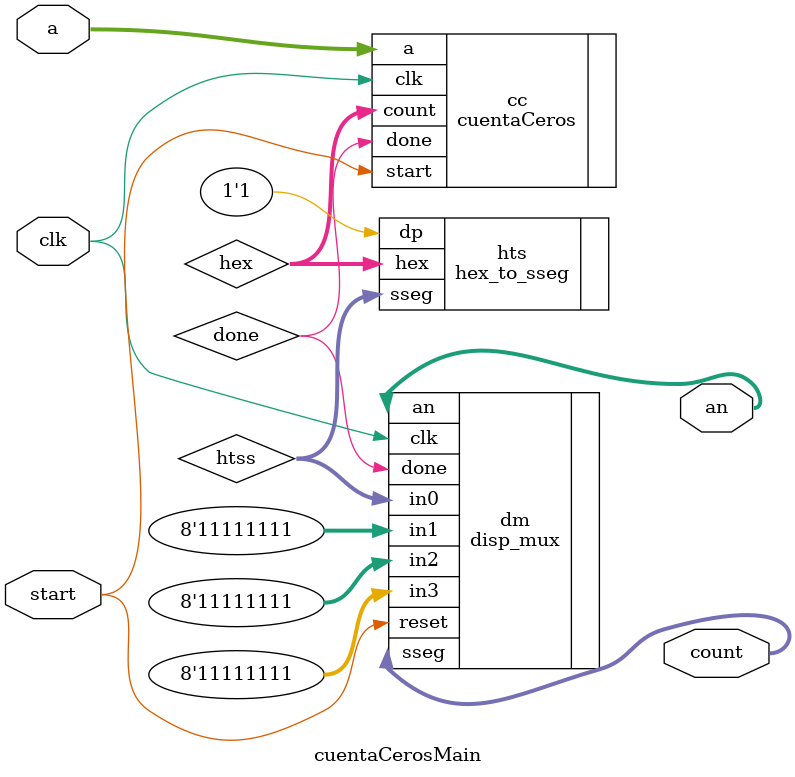
<source format=v>
`timescale 1ns / 1ps
module cuentaCerosMain(
		input [7:0] a,
		input clk,
		input start,
		output wire [3:0] an,
		output [7:0] count
		//output done
    );

		wire done;
		wire [3:0] hex;
		cuentaCeros cc (.a(a), .clk(clk), .start(start), .count(hex), .done(done));

		wire [7:0] htss;
		hex_to_sseg hts (.hex (hex), .dp(1'b1), .sseg(htss)); 
		
		disp_mux dm (.clk(clk), .reset(start), .in0(htss), .in1(8'b11111111), .in2(8'b11111111), .in3(8'b11111111), .an(an), .sseg(count), .done(done));

endmodule

</source>
